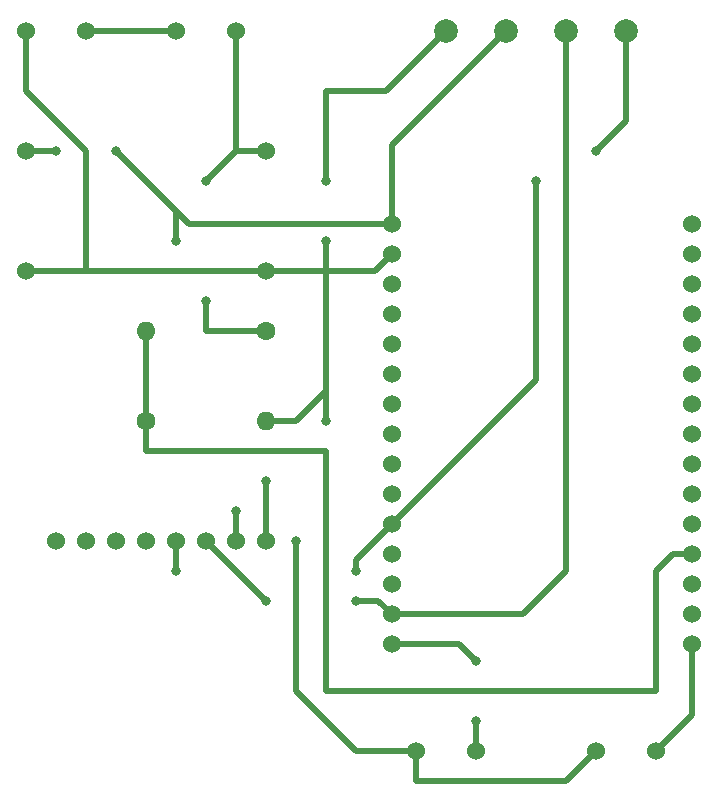
<source format=gbr>
%TF.GenerationSoftware,KiCad,Pcbnew,7.0.8*%
%TF.CreationDate,2025-10-26T00:12:12+02:00*%
%TF.ProjectId,Gyroskopicky-ovladac,4779726f-736b-46f7-9069-636b792d6f76,rev?*%
%TF.SameCoordinates,Original*%
%TF.FileFunction,Copper,L1,Top*%
%TF.FilePolarity,Positive*%
%FSLAX46Y46*%
G04 Gerber Fmt 4.6, Leading zero omitted, Abs format (unit mm)*
G04 Created by KiCad (PCBNEW 7.0.8) date 2025-10-26 00:12:12*
%MOMM*%
%LPD*%
G01*
G04 APERTURE LIST*
%TA.AperFunction,ComponentPad*%
%ADD10C,1.524000*%
%TD*%
%TA.AperFunction,ComponentPad*%
%ADD11C,1.600000*%
%TD*%
%TA.AperFunction,ComponentPad*%
%ADD12O,1.600000X1.600000*%
%TD*%
%TA.AperFunction,ComponentPad*%
%ADD13C,2.000000*%
%TD*%
%TA.AperFunction,ViaPad*%
%ADD14C,0.800000*%
%TD*%
%TA.AperFunction,Conductor*%
%ADD15C,0.500000*%
%TD*%
G04 APERTURE END LIST*
D10*
%TO.P,Menu1,1,Pin_1*%
%TO.N,GND*%
X124460000Y-127000000D03*
%TO.P,Menu1,2,Pin_2*%
%TO.N,D23*%
X129540000Y-127000000D03*
%TD*%
D11*
%TO.P,R1,1*%
%TO.N,D34*%
X101600000Y-99060000D03*
D12*
%TO.P,R1,2*%
%TO.N,GND*%
X111760000Y-99060000D03*
%TD*%
D10*
%TO.P,Regulator3V3,1,IN-*%
%TO.N,GND*%
X111760000Y-86360000D03*
%TO.P,Regulator3V3,2,IN+*%
%TO.N,STRI*%
X111760000Y-76200000D03*
%TO.P,Regulator3V3,3,OUT-*%
%TO.N,GND*%
X91440000Y-86360000D03*
%TO.P,Regulator3V3,4,OUT+*%
%TO.N,VCC3V3*%
X91440000Y-76200000D03*
%TD*%
%TO.P,Switch1,1,Pin_1*%
%TO.N,STRI*%
X109220000Y-66040000D03*
%TO.P,Switch1,2,Pin_2*%
%TO.N,BTSI*%
X104140000Y-66040000D03*
%TD*%
D11*
%TO.P,R2,1*%
%TO.N,STRI*%
X111760000Y-91440000D03*
D12*
%TO.P,R2,2*%
%TO.N,D34*%
X101600000Y-91440000D03*
%TD*%
D10*
%TO.P,Reboot1,1,Pin_1*%
%TO.N,GND*%
X139700000Y-127000000D03*
%TO.P,Reboot1,2,Pin_2*%
%TO.N,EN*%
X144780000Y-127000000D03*
%TD*%
%TO.P,ESP1,1,3v3*%
%TO.N,VCC3V3*%
X122385000Y-82405000D03*
%TO.P,ESP1,2,GND*%
%TO.N,GND*%
X122385000Y-84945000D03*
%TO.P,ESP1,3,GPIO15*%
%TO.N,unconnected-(ESP1-GPIO15-Pad3)*%
X122385000Y-87485000D03*
%TO.P,ESP1,4,GPIO2*%
%TO.N,unconnected-(ESP1-GPIO2-Pad4)*%
X122385000Y-90025000D03*
%TO.P,ESP1,5,GPIO4*%
%TO.N,unconnected-(ESP1-GPIO4-Pad5)*%
X122385000Y-92565000D03*
%TO.P,ESP1,6,GPIO16*%
%TO.N,unconnected-(ESP1-GPIO16-Pad6)*%
X122385000Y-95105000D03*
%TO.P,ESP1,7,GPIO17*%
%TO.N,unconnected-(ESP1-GPIO17-Pad7)*%
X122385000Y-97645000D03*
%TO.P,ESP1,8,GPIO5*%
%TO.N,unconnected-(ESP1-GPIO5-Pad8)*%
X122385000Y-100185000D03*
%TO.P,ESP1,9,GPIO18*%
%TO.N,unconnected-(ESP1-GPIO18-Pad9)*%
X122385000Y-102725000D03*
%TO.P,ESP1,10,GPIO19*%
%TO.N,unconnected-(ESP1-GPIO19-Pad10)*%
X122385000Y-105265000D03*
%TO.P,ESP1,11,GPIO21*%
%TO.N,SDA*%
X122385000Y-107805000D03*
%TO.P,ESP1,12,RX0*%
%TO.N,unconnected-(ESP1-RX0-Pad12)*%
X122385000Y-110345000D03*
%TO.P,ESP1,13,TX0*%
%TO.N,unconnected-(ESP1-TX0-Pad13)*%
X122385000Y-112885000D03*
%TO.P,ESP1,14,GPIO22*%
%TO.N,SCL*%
X122385000Y-115425000D03*
%TO.P,ESP1,15,GPIO23*%
%TO.N,D23*%
X122385000Y-117965000D03*
%TO.P,ESP1,16,VN*%
%TO.N,unconnected-(ESP1-VN-Pad16)*%
X147785000Y-82405000D03*
%TO.P,ESP1,17,GND*%
%TO.N,unconnected-(ESP1-GND-Pad17)*%
X147785000Y-84945000D03*
%TO.P,ESP1,18,GPIO13*%
%TO.N,unconnected-(ESP1-GPIO13-Pad18)*%
X147785000Y-87485000D03*
%TO.P,ESP1,19,GPIO12*%
%TO.N,unconnected-(ESP1-GPIO12-Pad19)*%
X147785000Y-90025000D03*
%TO.P,ESP1,20,GPIO14*%
%TO.N,unconnected-(ESP1-GPIO14-Pad20)*%
X147785000Y-92565000D03*
%TO.P,ESP1,21,GPIO27*%
%TO.N,unconnected-(ESP1-GPIO27-Pad21)*%
X147785000Y-95105000D03*
%TO.P,ESP1,22,GPIO26*%
%TO.N,unconnected-(ESP1-GPIO26-Pad22)*%
X147785000Y-97645000D03*
%TO.P,ESP1,23,GPIO25*%
%TO.N,unconnected-(ESP1-GPIO25-Pad23)*%
X147785000Y-100185000D03*
%TO.P,ESP1,24,GPIO33*%
%TO.N,unconnected-(ESP1-GPIO33-Pad24)*%
X147785000Y-102725000D03*
%TO.P,ESP1,25,GPIO32*%
%TO.N,unconnected-(ESP1-GPIO32-Pad25)*%
X147785000Y-105265000D03*
%TO.P,ESP1,26,GPIO35*%
%TO.N,unconnected-(ESP1-GPIO35-Pad26)*%
X147785000Y-107805000D03*
%TO.P,ESP1,27,GPIO34*%
%TO.N,D34*%
X147785000Y-110345000D03*
%TO.P,ESP1,28,VN*%
%TO.N,unconnected-(ESP1-VN-Pad28)*%
X147785000Y-112885000D03*
%TO.P,ESP1,29,VP*%
%TO.N,unconnected-(ESP1-VP-Pad29)*%
X147785000Y-115425000D03*
%TO.P,ESP1,30,EN*%
%TO.N,EN*%
X147785000Y-117965000D03*
%TD*%
%TO.P,Battery1,1,Pin_1*%
%TO.N,GND*%
X91440000Y-66040000D03*
%TO.P,Battery1,2,Pin_2*%
%TO.N,BTSI*%
X96520000Y-66040000D03*
%TD*%
D13*
%TO.P,OLED1,1,Pin_1*%
%TO.N,SDA*%
X142240000Y-66040000D03*
%TO.P,OLED1,2,Pin_2*%
%TO.N,SCL*%
X137160000Y-66040000D03*
%TO.P,OLED1,3,Pin_3*%
%TO.N,VCC3V3*%
X132080000Y-66040000D03*
%TO.P,OLED1,4,Pin_4*%
%TO.N,GND*%
X127000000Y-66040000D03*
%TD*%
D10*
%TO.P,MPU1,1,VCC*%
%TO.N,VCC3V3*%
X111760000Y-109220000D03*
%TO.P,MPU1,2,GND*%
%TO.N,GND*%
X109220000Y-109220000D03*
%TO.P,MPU1,3,SCL*%
%TO.N,SCL*%
X106680000Y-109220000D03*
%TO.P,MPU1,4,SDA*%
%TO.N,SDA*%
X104140000Y-109220000D03*
%TO.P,MPU1,5,XDA*%
%TO.N,unconnected-(MPU1-XDA-Pad5)*%
X101600000Y-109220000D03*
%TO.P,MPU1,6,XCL*%
%TO.N,unconnected-(MPU1-XCL-Pad6)*%
X99060000Y-109220000D03*
%TO.P,MPU1,7,ADD*%
%TO.N,unconnected-(MPU1-ADD-Pad7)*%
X96520000Y-109220000D03*
%TO.P,MPU1,8,INT*%
%TO.N,unconnected-(MPU1-INT-Pad8)*%
X93980000Y-109220000D03*
%TD*%
D14*
%TO.N,GND*%
X109220000Y-106680000D03*
X116840000Y-99060000D03*
X116840000Y-78740000D03*
X116840000Y-83820000D03*
X114300000Y-109220000D03*
%TO.N,VCC3V3*%
X104140000Y-83820000D03*
X93980000Y-76200000D03*
X111760000Y-104140000D03*
X99060000Y-76200000D03*
%TO.N,SDA*%
X119380000Y-111760000D03*
X104140000Y-111760000D03*
X139700000Y-76200000D03*
X134620000Y-78740000D03*
%TO.N,SCL*%
X119380000Y-114300000D03*
X111760000Y-114300000D03*
%TO.N,D23*%
X129540000Y-119380000D03*
X129540000Y-124460000D03*
%TO.N,STRI*%
X106680000Y-78740000D03*
X106680000Y-88900000D03*
%TD*%
D15*
%TO.N,GND*%
X114300000Y-99060000D02*
X116840000Y-96520000D01*
X120970000Y-86360000D02*
X122385000Y-84945000D01*
X137160000Y-129540000D02*
X124460000Y-129540000D01*
X111760000Y-86360000D02*
X96520000Y-86360000D01*
X111760000Y-86360000D02*
X116840000Y-86360000D01*
X111760000Y-99060000D02*
X114300000Y-99060000D01*
X139700000Y-127000000D02*
X137160000Y-129540000D01*
X116840000Y-86360000D02*
X120970000Y-86360000D01*
X116840000Y-99060000D02*
X116840000Y-96520000D01*
X116840000Y-96520000D02*
X116840000Y-86360000D01*
X116840000Y-71120000D02*
X116840000Y-78740000D01*
X91440000Y-86360000D02*
X96520000Y-86360000D01*
X124460000Y-127000000D02*
X119380000Y-127000000D01*
X127000000Y-66040000D02*
X121920000Y-71120000D01*
X96520000Y-76200000D02*
X91440000Y-71120000D01*
X121920000Y-71120000D02*
X116840000Y-71120000D01*
X96520000Y-86360000D02*
X96520000Y-76200000D01*
X109220000Y-109220000D02*
X109220000Y-106680000D01*
X114300000Y-121920000D02*
X114300000Y-109220000D01*
X116840000Y-83820000D02*
X116840000Y-86360000D01*
X119380000Y-127000000D02*
X114300000Y-121920000D01*
X91440000Y-71120000D02*
X91440000Y-66040000D01*
X124460000Y-129540000D02*
X124460000Y-127000000D01*
%TO.N,BTSI*%
X104140000Y-66040000D02*
X96520000Y-66040000D01*
%TO.N,VCC3V3*%
X104140000Y-83820000D02*
X104140000Y-81280000D01*
X111760000Y-109220000D02*
X111760000Y-104140000D01*
X122385000Y-82405000D02*
X122385000Y-75735000D01*
X122385000Y-75735000D02*
X132080000Y-66040000D01*
X104140000Y-81280000D02*
X105265000Y-82405000D01*
X91440000Y-76200000D02*
X93980000Y-76200000D01*
X99060000Y-76200000D02*
X104140000Y-81280000D01*
X105265000Y-82405000D02*
X122385000Y-82405000D01*
%TO.N,SDA*%
X139700000Y-76200000D02*
X142240000Y-73660000D01*
X134620000Y-95570000D02*
X134620000Y-78740000D01*
X104140000Y-109220000D02*
X104140000Y-111760000D01*
X119380000Y-110810000D02*
X122385000Y-107805000D01*
X119380000Y-111760000D02*
X119380000Y-110810000D01*
X122385000Y-107805000D02*
X134620000Y-95570000D01*
X142240000Y-73660000D02*
X142240000Y-66040000D01*
%TO.N,SCL*%
X106680000Y-109220000D02*
X111760000Y-114300000D01*
X137160000Y-66040000D02*
X137160000Y-111760000D01*
X121260000Y-114300000D02*
X122385000Y-115425000D01*
X137160000Y-111760000D02*
X133495000Y-115425000D01*
X133495000Y-115425000D02*
X122385000Y-115425000D01*
X119380000Y-114300000D02*
X121260000Y-114300000D01*
%TO.N,D23*%
X128125000Y-117965000D02*
X129540000Y-119380000D01*
X129540000Y-124460000D02*
X129540000Y-127000000D01*
X122385000Y-117965000D02*
X128125000Y-117965000D01*
%TO.N,D34*%
X146195000Y-110345000D02*
X144780000Y-111760000D01*
X101600000Y-91440000D02*
X101600000Y-99060000D01*
X101600000Y-101600000D02*
X101600000Y-99060000D01*
X116840000Y-101600000D02*
X101600000Y-101600000D01*
X147785000Y-110345000D02*
X146195000Y-110345000D01*
X144780000Y-111760000D02*
X144780000Y-121920000D01*
X144780000Y-121920000D02*
X116840000Y-121920000D01*
X116840000Y-121920000D02*
X116840000Y-101600000D01*
%TO.N,EN*%
X147785000Y-123995000D02*
X147785000Y-117965000D01*
X144780000Y-127000000D02*
X147785000Y-123995000D01*
%TO.N,STRI*%
X111760000Y-91440000D02*
X106680000Y-91440000D01*
X109220000Y-76200000D02*
X111760000Y-76200000D01*
X109220000Y-66040000D02*
X109220000Y-76200000D01*
X106680000Y-91440000D02*
X106680000Y-88900000D01*
X106680000Y-78740000D02*
X109220000Y-76200000D01*
%TD*%
M02*

</source>
